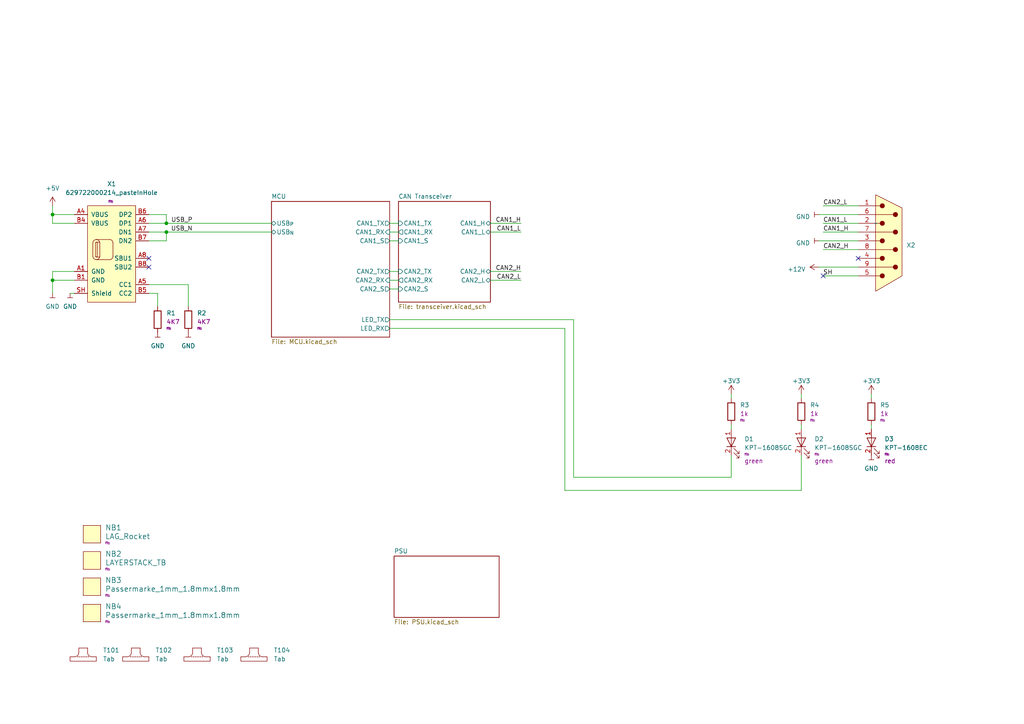
<source format=kicad_sch>
(kicad_sch (version 20250114) (generator "eeschema") (generator_version "9.0")
  (paper "A4")
  (title_block (title "${title}") (date "2023-06-16") (rev "R${release}") (company "${company}") (comment 1 "${release_state}") (comment 2 "${prefix}-S${type_number}-R${release}-V${sch_variant}-C${sch_ci}") (comment 3 "hardware/${prefix}-S${type_number}_${short_desciption}"))
  (lib_symbols
    (symbol "Kingbright:KPT-1608EC" (pin_names (offset 1.016) (hide yes))
      (property "Reference" "D" (at 0 2.54 0))
      (property "Value" "KPT-1608EC" (at 1.27 -3.81 0))
      (property "Fit" "fit: " (at 7.62 -3.81 0))
      (symbol "KPT-1608EC_0_1"
        (polyline (pts (xy -3.048 -0.762) (xy -4.572 -2.286) (xy -3.81 -2.286) (xy -4.572 -2.286) (xy -4.572 -1.524)))
        (polyline (pts (xy -1.778 -0.762) (xy -3.302 -2.286) (xy -2.54 -2.286) (xy -3.302 -2.286) (xy -3.302 -1.524)))
        (polyline (pts (xy -1.27 0) (xy 1.27 0)))
        (polyline (pts (xy -1.27 -1.27) (xy -1.27 1.27)) (stroke (width 0.2032)))
        (polyline (pts (xy 1.27 -1.27) (xy 1.27 1.27) (xy -1.27 0) (xy 1.27 -1.27)) (stroke (width 0.2032)))
      )
      (symbol "KPT-1608EC_1_1"
        (pin passive line (at -3.81 0 0) (length 2.54) (name "K") (number "2"))
        (pin passive line (at 3.81 0 180) (length 2.54) (name "A") (number "1"))
      )
    )
    (symbol "Kingbright:KPT-1608SGC" (pin_names (offset 1.016) (hide yes))
      (property "Reference" "D" (at 0 2.54 0))
      (property "Value" "KPT-1608SGC" (at 1.27 -3.81 0))
      (property "Fit" "fit: " (at 7.62 -3.81 0))
      (symbol "KPT-1608SGC_0_1"
        (polyline (pts (xy -3.048 -0.762) (xy -4.572 -2.286) (xy -3.81 -2.286) (xy -4.572 -2.286) (xy -4.572 -1.524)))
        (polyline (pts (xy -1.778 -0.762) (xy -3.302 -2.286) (xy -2.54 -2.286) (xy -3.302 -2.286) (xy -3.302 -1.524)))
        (polyline (pts (xy -1.27 0) (xy 1.27 0)))
        (polyline (pts (xy -1.27 -1.27) (xy -1.27 1.27)) (stroke (width 0.2032)))
        (polyline (pts (xy 1.27 -1.27) (xy 1.27 1.27) (xy -1.27 0) (xy 1.27 -1.27)) (stroke (width 0.2032)))
      )
      (symbol "KPT-1608SGC_1_1"
        (pin passive line (at -3.81 0 0) (length 2.54) (name "K") (number "2"))
        (pin passive line (at 3.81 0 180) (length 2.54) (name "A") (number "1"))
      )
    )
    (symbol "Res_1Percent_E24_0603_100mW_-40C-90C:1k_0603_100mW_1%_E24_Chip-Resistor" (pin_numbers (hide yes)) (pin_names (offset 0))
      (property "Reference" "R" (at 2.032 0 90))
      (property "DisplayValue" "1k" (at -0.0254 -0.0508 90))
      (property "Fit" "fit: " (at 7.62 -3.81 0))
      (symbol "1k_0603_100mW_1%_E24_Chip-Resistor_0_1"
        (rectangle (start -1.016 -2.54) (end 1.016 2.54) (stroke (width 0.254)))
      )
      (symbol "1k_0603_100mW_1%_E24_Chip-Resistor_1_1"
        (pin passive line (at 0 3.81 270) (length 1.27) (name "~") (number "1"))
        (pin passive line (at 0 -3.81 90) (length 1.27) (name "~") (number "2"))
      )
    )
    (symbol "Res_1Percent_E24_0603_100mW_-40C-90C:5k1_0603_100mW_1%_E24_Chip-Resistor" (pin_numbers (hide yes)) (pin_names (offset 0))
      (property "Reference" "R" (at 2.032 0 90))
      (property "DisplayValue" "5k1" (at -0.0254 -0.0508 90))
      (property "Fit" "fit: " (at 7.62 -3.81 0))
      (symbol "5k1_0603_100mW_1%_E24_Chip-Resistor_0_1"
        (rectangle (start -1.016 -2.54) (end 1.016 2.54) (stroke (width 0.254)))
      )
      (symbol "5k1_0603_100mW_1%_E24_Chip-Resistor_1_1"
        (pin passive line (at 0 3.81 270) (length 1.27) (name "~") (number "1"))
        (pin passive line (at 0 -3.81 90) (length 1.27) (name "~") (number "2"))
      )
    )
    (symbol "d-sub:D-SUB-9_side"
      (property "Reference" "X" (at 5.715 0 0))
      (symbol "D-SUB-9_side_1_1"
        (polyline (pts (xy -3.81 13.335) (xy -3.81 -14.605) (xy 3.81 -10.16) (xy 3.81 9.525) (xy -3.81 13.335)) (fill (type background)))
        (circle (center -1.905 10.16) (radius 0.635) (fill (type outline)))
        (polyline (pts (xy -1.905 10.16) (xy -3.81 10.16)))
        (circle (center -1.905 5.08) (radius 0.635) (fill (type outline)))
        (polyline (pts (xy -1.905 5.08) (xy -3.81 5.08)))
        (circle (center -1.905 0) (radius 0.635) (fill (type outline)))
        (polyline (pts (xy -1.905 0) (xy -3.81 0)))
        (circle (center -1.905 -5.08) (radius 0.635) (fill (type outline)))
        (polyline (pts (xy -1.905 -5.08) (xy -3.81 -5.08)))
        (circle (center -1.905 -10.16) (radius 0.635) (fill (type outline)))
        (polyline (pts (xy -1.905 -10.16) (xy -3.81 -10.16)))
        (polyline (pts (xy 1.905 7.62) (xy -3.81 7.62)))
        (circle (center 1.905 7.62) (radius 0.635) (fill (type outline)))
        (polyline (pts (xy 1.905 2.54) (xy -3.81 2.54)))
        (circle (center 1.905 2.54) (radius 0.635) (fill (type outline)))
        (polyline (pts (xy 1.905 -2.54) (xy -3.81 -2.54)))
        (circle (center 1.905 -2.54) (radius 0.635) (fill (type outline)))
        (polyline (pts (xy 1.905 -7.62) (xy -3.81 -7.62)))
        (circle (center 1.905 -7.62) (radius 0.635) (fill (type outline)))
        (pin passive line (at -8.89 10.16 0) (length 5.08) (name "") (number "1"))
        (pin passive line (at -8.89 7.62 0) (length 5.08) (name "") (number "6"))
        (pin passive line (at -8.89 5.08 0) (length 5.08) (name "") (number "2"))
        (pin passive line (at -8.89 2.54 0) (length 5.08) (name "") (number "7"))
        (pin passive line (at -8.89 0 0) (length 5.08) (name "") (number "3"))
        (pin passive line (at -8.89 -2.54 0) (length 5.08) (name "") (number "8"))
        (pin passive line (at -8.89 -5.08 0) (length 5.08) (name "") (number "4"))
        (pin passive line (at -8.89 -7.62 0) (length 5.08) (name "") (number "9"))
        (pin passive line (at -8.89 -10.16 0) (length 5.08) (name "") (number "5"))
      )
    )
    (symbol "kikit:Tab" (in_bom no)
      (property "Reference" "T" (at 0 3.81 0))
      (property "Value" "Tab" (at 0 -2.54 0))
      (symbol "Tab_0_1"
        (polyline (pts (xy -3.81 0) (xy -2.54 0)) (stroke (width 0.1524)))
        (polyline (pts (xy -3.81 0) (xy -3.81 -1.27) (xy 3.81 -1.27) (xy 3.81 0)) (stroke (width 0.1524)))
        (arc (start -1.27 1.27) (mid -1.642 0.372) (end -2.54 0) (stroke (width 0.1524)))
        (circle (center -1.524 0) (radius 0.0762) (stroke (width 0.1524)))
        (polyline (pts (xy -1.27 1.27) (xy -1.27 2.54)) (stroke (width 0.1524)))
        (circle (center -1.016 0) (radius 0.0762) (stroke (width 0.1524)))
        (circle (center -0.508 0) (radius 0.0762) (stroke (width 0.1524)))
        (circle (center 0 0) (radius 0.0762) (stroke (width 0.1524)))
        (circle (center 0.508 0) (radius 0.0762) (stroke (width 0.1524)))
        (circle (center 1.016 0) (radius 0.0762) (stroke (width 0.1524)))
        (polyline (pts (xy 1.27 2.54) (xy -1.27 2.54)) (stroke (width 0.1524)))
        (polyline (pts (xy 1.27 1.27) (xy 1.27 2.54)) (stroke (width 0.1524)))
        (circle (center 1.524 0) (radius 0.0762) (stroke (width 0.1524)))
        (arc (start 2.54 0) (mid 1.642 0.372) (end 1.27 1.27) (stroke (width 0.1524)))
        (polyline (pts (xy 2.54 0) (xy 3.81 0)) (stroke (width 0.1524)))
      )
    )
    (symbol "mechanical:LAG_Rocket" (pin_names (offset 1.016))
      (property "Reference" "NB" (at 0 3.81 0))
      (property "Value" "LAG_Rocket" (at 1.27 -3.81 0))
      (property "Fit" "fit: " (at 7.62 -3.81 0))
      (symbol "LAG_Rocket_0_1"
        (rectangle (start -2.54 2.54) (end 2.54 -2.54) (fill (type background)))
      )
    )
    (symbol "mechanical:LAYERSTACK_TB" (pin_names (offset 1.016))
      (property "Reference" "NB" (at 0 3.81 0))
      (property "Value" "LAYERSTACK_TB" (at 6.35 -3.81 0))
      (property "Fit" "fit: " (at 7.62 -3.81 0))
      (symbol "LAYERSTACK_TB_0_1"
        (rectangle (start -2.54 2.54) (end 2.54 -2.54) (fill (type background)))
      )
    )
    (symbol "mechanical:Passermarke_1mm_1.8mmx1.8mm" (pin_names (offset 1.016))
      (property "Reference" "NB" (at 0 3.81 0))
      (property "Value" "Passermarke_1mm_1.8mmx1.8mm" (at 1.27 -3.81 0))
      (property "Fit" "fit: " (at 7.62 -3.81 0))
      (symbol "Passermarke_1mm_1.8mmx1.8mm_0_1"
        (rectangle (start -2.54 2.54) (end 2.54 -2.54) (fill (type background)))
      )
    )
    (symbol "powerport:+12V" (power) (pin_names (offset 0))
      (property "Value" "+12V" (at 0 3.556 0))
      (symbol "+12V_0_1"
        (polyline (pts (xy -0.762 1.27) (xy 0 2.54)))
        (polyline (pts (xy 0 2.54) (xy 0.762 1.27)))
        (polyline (pts (xy 0 0) (xy 0 2.54)))
      )
      (symbol "+12V_1_1"
        (pin power_in line (at 0 0 90) (length 0) (hide yes) (name "+12V") (number "1"))
      )
    )
    (symbol "powerport:+3V3" (power) (pin_names (offset 0))
      (property "Value" "+3V3" (at 0 3.556 0))
      (symbol "+3V3_0_1"
        (polyline (pts (xy -0.762 1.27) (xy 0 2.54)))
        (polyline (pts (xy 0 2.54) (xy 0.762 1.27)))
        (polyline (pts (xy 0 0) (xy 0 2.54)))
      )
      (symbol "+3V3_1_1"
        (pin power_in line (at 0 0 90) (length 0) (hide yes) (name "+3V3") (number "1"))
      )
    )
    (symbol "powerport:+5V" (power) (pin_names (offset 0))
      (property "Value" "+5V" (at 0 3.556 0))
      (symbol "+5V_0_1"
        (polyline (pts (xy -0.762 1.27) (xy 0 2.54)))
        (polyline (pts (xy 0 2.54) (xy 0.762 1.27)))
        (polyline (pts (xy 0 0) (xy 0 2.54)))
      )
      (symbol "+5V_1_1"
        (pin power_in line (at 0 0 90) (length 0) (hide yes) (name "+5V") (number "1"))
      )
    )
    (symbol "powerport:GND" (power) (pin_names (offset 0))
      (property "Value" "GND" (at 0 -2.54 0))
      (symbol "GND_0_1"
        (polyline (pts (xy -0.762 -1.27) (xy 0.762 -1.27)))
        (polyline (pts (xy 0 0) (xy 0 -1.27)))
      )
      (symbol "GND_1_1"
        (pin power_in line (at 0 0 270) (length 0) (hide yes) (name "GND") (number "1"))
      )
    )
    (symbol "wuerth:629722000214_pasteInHole" (pin_names (offset 1.016))
      (property "Reference" "X" (at 0 13.97 0))
      (property "Value" "629722000214_pasteInHole" (at 0 -16.51 0))
      (property "Fit" "fit: " (at 7.62 -15.24 0))
      (symbol "629722000214_pasteInHole_0_1"
        (rectangle (start -7.62 12.7) (end 6.35 -15.24) (fill (type background)))
        (polyline (pts (xy -6.096 1.905) (xy -6.096 -1.905)))
        (polyline (pts (xy -5.334 -1.905) (xy -5.334 1.905)))
        (polyline (pts (xy -5.08 2.921) (xy -1.27 2.921)))
        (polyline (pts (xy -5.08 2.159) (xy -4.191 2.159)))
        (arc (start -6.096 1.905) (mid -5.08 2.9068) (end -4.064 1.905))
        (arc (start -5.334 1.8971) (mid -5.08 2.1295) (end -4.826 1.8971))
        (arc (start -4.064 -1.905) (mid -5.08 -2.9068) (end -6.096 -1.905))
        (arc (start -4.826 -1.905) (mid -5.08 -2.147) (end -5.334 -1.905))
        (polyline (pts (xy -5.08 -2.159) (xy -4.191 -2.159)))
        (polyline (pts (xy -5.08 -2.921) (xy -1.27 -2.921)))
        (polyline (pts (xy -4.826 -1.905) (xy -4.826 1.905)))
        (polyline (pts (xy -4.064 1.905) (xy -4.064 -1.905)))
        (arc (start -1.27 2.921) (mid -0.5411 2.6339) (end -0.254 1.905))
        (arc (start -0.254 -1.905) (mid -0.5409 -2.6341) (end -1.27 -2.921))
        (polyline (pts (xy -0.254 1.905) (xy -0.254 -1.905)))
      )
      (symbol "629722000214_pasteInHole_1_1"
        (pin passive line (at -11.43 10.16 0) (length 3.81) (name "VBUS") (number "A4"))
        (pin passive line (at -11.43 7.62 0) (length 3.81) (name "VBUS") (number "B4"))
        (pin passive line (at -11.43 -6.35 0) (length 3.81) (name "GND") (number "A1"))
        (pin passive line (at -11.43 -8.89 0) (length 3.81) (name "GND") (number "B1"))
        (pin passive line (at -11.43 -12.7 0) (length 3.81) (name "Shield") (number "SH"))
        (pin passive line (at 10.16 10.16 180) (length 3.81) (name "DP2") (number "B6"))
        (pin passive line (at 10.16 7.62 180) (length 3.81) (name "DP1") (number "A6"))
        (pin passive line (at 10.16 5.08 180) (length 3.81) (name "DN1") (number "A7"))
        (pin passive line (at 10.16 2.54 180) (length 3.81) (name "DN2") (number "B7"))
        (pin passive line (at 10.16 -2.54 180) (length 3.81) (name "SBU1") (number "A8"))
        (pin passive line (at 10.16 -5.08 180) (length 3.81) (name "SBU2") (number "B8"))
        (pin passive line (at 10.16 -10.16 180) (length 3.81) (name "CC1") (number "A5"))
        (pin passive line (at 10.16 -12.7 180) (length 3.81) (name "CC2") (number "B5"))
      )
    )
  )
  (junction (at 48.26 64.77))
  (junction (at 15.24 81.28))
  (junction (at 15.24 62.23))
  (junction (at 48.26 67.31))
  (no_connect (at 238.76 80.01))
  (no_connect (at 43.18 74.93))
  (no_connect (at 43.18 77.47))
  (no_connect (at 248.92 74.93))
  (wire (pts (xy 113.03 83.82) (xy 115.57 83.82)))
  (wire (pts (xy 248.92 69.85) (xy 237.49 69.85)))
  (wire (pts (xy 232.41 132.08) (xy 232.41 142.24)))
  (wire (pts (xy 48.26 67.31) (xy 78.74 67.31)))
  (wire (pts (xy 113.03 81.28) (xy 115.57 81.28)))
  (wire (pts (xy 238.76 72.39) (xy 248.92 72.39)))
  (wire (pts (xy 252.73 114.3) (xy 252.73 115.57)))
  (wire (pts (xy 45.72 85.09) (xy 45.72 88.9)))
  (wire (pts (xy 142.24 64.77) (xy 151.13 64.77)))
  (wire (pts (xy 15.24 85.09) (xy 15.24 81.28)))
  (wire (pts (xy 163.83 142.24) (xy 163.83 95.25)))
  (wire (pts (xy 212.09 132.08) (xy 212.09 138.43)))
  (wire (pts (xy 237.49 77.47) (xy 248.92 77.47)))
  (wire (pts (xy 238.76 59.69) (xy 248.92 59.69)))
  (wire (pts (xy 232.41 114.3) (xy 232.41 115.57)))
  (wire (pts (xy 142.24 78.74) (xy 151.13 78.74)))
  (wire (pts (xy 238.76 80.01) (xy 248.92 80.01)))
  (wire (pts (xy 15.24 81.28) (xy 21.59 81.28)))
  (wire (pts (xy 142.24 67.31) (xy 151.13 67.31)))
  (wire (pts (xy 166.37 92.71) (xy 166.37 138.43)))
  (wire (pts (xy 54.61 82.55) (xy 54.61 88.9)))
  (wire (pts (xy 166.37 138.43) (xy 212.09 138.43)))
  (wire (pts (xy 252.73 123.19) (xy 252.73 124.46)))
  (wire (pts (xy 15.24 81.28) (xy 15.24 78.74)))
  (wire (pts (xy 163.83 95.25) (xy 113.03 95.25)))
  (wire (pts (xy 43.18 67.31) (xy 48.26 67.31)))
  (wire (pts (xy 212.09 123.19) (xy 212.09 124.46)))
  (wire (pts (xy 48.26 67.31) (xy 48.26 69.85)))
  (wire (pts (xy 15.24 59.69) (xy 15.24 62.23)))
  (wire (pts (xy 43.18 69.85) (xy 48.26 69.85)))
  (wire (pts (xy 113.03 64.77) (xy 115.57 64.77)))
  (wire (pts (xy 238.76 67.31) (xy 248.92 67.31)))
  (wire (pts (xy 43.18 82.55) (xy 54.61 82.55)))
  (wire (pts (xy 20.32 85.09) (xy 21.59 85.09)))
  (wire (pts (xy 232.41 142.24) (xy 163.83 142.24)))
  (wire (pts (xy 113.03 67.31) (xy 115.57 67.31)))
  (wire (pts (xy 48.26 62.23) (xy 48.26 64.77)))
  (wire (pts (xy 43.18 64.77) (xy 48.26 64.77)))
  (wire (pts (xy 212.09 114.3) (xy 212.09 115.57)))
  (wire (pts (xy 15.24 78.74) (xy 21.59 78.74)))
  (wire (pts (xy 43.18 85.09) (xy 45.72 85.09)))
  (wire (pts (xy 15.24 62.23) (xy 15.24 64.77)))
  (wire (pts (xy 232.41 123.19) (xy 232.41 124.46)))
  (wire (pts (xy 15.24 62.23) (xy 21.59 62.23)))
  (wire (pts (xy 43.18 62.23) (xy 48.26 62.23)))
  (wire (pts (xy 48.26 64.77) (xy 78.74 64.77)))
  (wire (pts (xy 238.76 64.77) (xy 248.92 64.77)))
  (wire (pts (xy 142.24 81.28) (xy 151.13 81.28)))
  (wire (pts (xy 113.03 78.74) (xy 115.57 78.74)))
  (wire (pts (xy 113.03 69.85) (xy 115.57 69.85)))
  (wire (pts (xy 237.49 62.23) (xy 248.92 62.23)))
  (wire (pts (xy 113.03 92.71) (xy 166.37 92.71)))
  (wire (pts (xy 15.24 64.77) (xy 21.59 64.77)))
  (label "CAN2_L" (at 238.76 59.69 0))
  (label "CAN1_H" (at 238.76 67.31 0))
  (label "CAN1_L" (at 151.13 67.31 180))
  (label "USB_P" (at 55.88 64.77 180))
  (label "CAN2_L" (at 151.13 81.28 180))
  (label "CAN2_H" (at 238.76 72.39 0))
  (label "CAN1_H" (at 151.13 64.77 180))
  (label "CAN1_L" (at 238.76 64.77 0))
  (label "USB_N" (at 55.88 67.31 180))
  (label "CAN2_H" (at 151.13 78.74 180))
  (label "SH" (at 238.76 80.01 0))
  (symbol (lib_id "powerport:GND") (at 237.49 69.85 270) (unit 1)
    (property "Reference" "#PWR09" (effects (hide yes)))
    (property "Value" "GND" (at 234.95 70.485 90) (effects (justify right)))
  )
  (symbol (lib_id "wuerth:629722000214_pasteInHole") (at 33.02 72.39 0) (unit 1)
    (property "Reference" "X1" (at 32.385 53.34 0))
    (property "Value" "629722000214_pasteInHole" (at 32.385 55.88 0))
    (property "Footprint" "Socket_GCT:USB4105_pasteInHole" (effects (hide yes)))
    (property "Datasheet" "$PTX_DATASHEETS/datasheets/Connectors/Wuerth_629722000214_USB-C_2.0_16Pin.pdf" (effects (hide yes)))
    (property "Fit" "fit: " (at 32.385 58.42 0) (effects (font (size 0.635 0.635))))
    (property "State" "reviewed" (effects (hide yes)))
    (property "Package" "SMD mfg-specific" (effects (hide yes)))
    (property "Tool" "None" (effects (hide yes)))
    (property "Manufacturer" "Würth Elektronik" (effects (hide yes)))
    (property "MPN" "629722000214" (effects (hide yes)))
  )
  (symbol (lib_id "Res_1Percent_E24_0603_100mW_-40C-90C:1k_0603_100mW_1%_E24_Chip-Resistor") (at 212.09 119.38 0) (unit 1)
    (property "Reference" "R3" (at 214.63 117.475 0) (effects (justify left)))
    (property "Value" "1K" (effects (hide yes)))
    (property "Footprint" "Resistor_SMD:R_0402_1005Metric_Pad0.72x0.64mm_HandSolder" (effects (hide yes)))
    (property "MPN" "any" (effects (hide yes)))
    (property "Manufacturer" "any" (effects (hide yes)))
    (property "DisplayValue" "1k" (at 214.63 120.015 0) (effects (justify left)))
    (property "Fit" "fit: " (at 214.63 121.92 0) (effects (font (size 0.635 0.635)) (justify left)))
    (property "State" "legacy" (effects (hide yes)))
    (property "Package" "0402" (effects (hide yes)))
  )
  (symbol (lib_id "powerport:GND") (at 237.49 62.23 270) (unit 1)
    (property "Reference" "#PWR08" (effects (hide yes)))
    (property "Value" "GND" (at 234.95 62.865 90) (effects (justify right)))
  )
  (symbol (lib_id "powerport:GND") (at 54.61 96.52 0) (unit 1)
    (property "Reference" "#PWR05" (effects (hide yes)))
    (property "Value" "GND" (at 54.61 100.33 0))
  )
  (symbol (lib_id "kikit:Tab") (at 57.15 190.5 0) (unit 1) (in_bom no)
    (property "Reference" "T103" (at 62.865 188.595 0) (effects (justify left)))
    (property "Value" "Tab" (at 62.865 191.135 0) (effects (justify left)))
    (property "Footprint" "kikit:Tab" (effects (hide yes)))
  )
  (symbol (lib_id "powerport:+3V3") (at 252.73 114.3 0) (unit 1)
    (property "Reference" "#PWR013" (effects (hide yes)))
    (property "Value" "+3V3" (at 252.73 110.49 0))
  )
  (symbol (lib_id "mechanical:LAYERSTACK_TB") (at 26.67 162.56 0) (unit 1)
    (property "Reference" "NB2" (at 30.48 160.655 0) (effects (font (size 1.524 1.524)) (justify left)))
    (property "Value" "LAYERSTACK_TB" (at 30.48 163.195 0) (effects (font (size 1.524 1.524)) (justify left)))
    (property "Footprint" "mechanical:LAYERSTACK_TB" (effects (hide yes)))
    (property "Fit" "fit: " (at 30.48 165.1 0) (effects (font (size 0.635 0.635)) (justify left)))
    (property "State" "legacy" (effects (hide yes)))
  )
  (symbol (lib_id "Kingbright:KPT-1608SGC") (at 212.09 128.27 90) (unit 1)
    (property "Reference" "D1" (at 215.9 127.3302 90) (effects (justify right)))
    (property "Value" "KPT-1608SGC" (at 215.9 129.8702 90) (effects (justify right)))
    (property "Footprint" "LEDs_Kingbright:LED_Kingbright_0603" (effects (hide yes)))
    (property "Datasheet" "$PTX_DATASHEETS/datasheets/LED/Kingbright_KPT-1608SGC.pdf" (effects (hide yes)))
    (property "MPN" "KPT-1608SGC" (effects (hide yes)))
    (property "Manufacturer" "Kingbright" (effects (hide yes)))
    (property "Fit" "fit: " (at 215.9 131.7752 90) (effects (font (size 0.635 0.635)) (justify right)))
    (property "State" "reviewed" (effects (hide yes)))
    (property "Package" "0603" (effects (hide yes)))
    (property "color" "green" (at 215.9 133.6802 90) (effects (justify right)))
  )
  (symbol (lib_id "mechanical:LAG_Rocket") (at 26.67 154.94 0) (unit 1)
    (property "Reference" "NB1" (at 30.48 153.035 0) (effects (font (size 1.524 1.524)) (justify left)))
    (property "Value" "LAG_Rocket" (at 30.48 155.575 0) (effects (font (size 1.524 1.524)) (justify left)))
    (property "Footprint" "mechanical:lag_rocket_14.5mmx15mm" (effects (hide yes)))
    (property "Fit" "fit: " (at 30.48 157.48 0) (effects (font (size 0.635 0.635)) (justify left)))
    (property "State" "reviewed" (effects (hide yes)))
  )
  (symbol (lib_id "powerport:+3V3") (at 212.09 114.3 0) (unit 1)
    (property "Reference" "#PWR06" (effects (hide yes)))
    (property "Value" "+3V3" (at 212.09 110.49 0))
  )
  (symbol (lib_id "powerport:GND") (at 45.72 96.52 0) (unit 1)
    (property "Reference" "#PWR04" (effects (hide yes)))
    (property "Value" "GND" (at 45.72 100.33 0))
  )
  (symbol (lib_id "d-sub:D-SUB-9_side") (at 257.81 69.85 0) (unit 1)
    (property "Reference" "X2" (at 262.89 71.12 0) (effects (justify left)))
    (property "Value" "~" (at 254 64.77 0))
    (property "Footprint" "d-sub:D-SUB-9_side" (effects (hide yes)))
  )
  (symbol (lib_id "Res_1Percent_E24_0603_100mW_-40C-90C:1k_0603_100mW_1%_E24_Chip-Resistor") (at 232.41 119.38 0) (unit 1)
    (property "Reference" "R4" (at 234.95 117.475 0) (effects (justify left)))
    (property "Value" "1K" (effects (hide yes)))
    (property "Footprint" "Resistor_SMD:R_0402_1005Metric_Pad0.72x0.64mm_HandSolder" (effects (hide yes)))
    (property "MPN" "any" (effects (hide yes)))
    (property "Manufacturer" "any" (effects (hide yes)))
    (property "DisplayValue" "1k" (at 234.95 120.015 0) (effects (justify left)))
    (property "Fit" "fit: " (at 234.95 121.92 0) (effects (font (size 0.635 0.635)) (justify left)))
    (property "State" "legacy" (effects (hide yes)))
    (property "Package" "0402" (effects (hide yes)))
  )
  (symbol (lib_id "powerport:+5V") (at 15.24 59.69 0) (unit 1)
    (property "Reference" "#PWR01" (effects (hide yes)))
    (property "Value" "+5V" (at 15.24 54.61 0))
  )
  (symbol (lib_id "powerport:+3V3") (at 232.41 114.3 0) (unit 1)
    (property "Reference" "#PWR07" (effects (hide yes)))
    (property "Value" "+3V3" (at 232.41 110.49 0))
  )
  (symbol (lib_id "Kingbright:KPT-1608EC") (at 252.73 128.27 90) (unit 1)
    (property "Reference" "D3" (at 256.54 127.3302 90) (effects (justify right)))
    (property "Value" "KPT-1608EC" (at 256.54 129.8702 90) (effects (justify right)))
    (property "Footprint" "LEDs_Kingbright:LED_Kingbright_0603" (effects (hide yes)))
    (property "Datasheet" "$PTX_DATASHEETS/datasheets/LED/Kingbright_KPT-1608EC.pdf" (effects (hide yes)))
    (property "MPN" "KPT-1608EC" (effects (hide yes)))
    (property "Manufacturer" "Kingbright" (effects (hide yes)))
    (property "Package" "0603" (effects (hide yes)))
    (property "Fit" "fit: " (at 256.54 131.7752 90) (effects (font (size 0.635 0.635)) (justify right)))
    (property "State" "reviewed" (effects (hide yes)))
    (property "color" "red" (at 256.54 133.6802 90) (effects (justify right)))
  )
  (symbol (lib_id "Res_1Percent_E24_0603_100mW_-40C-90C:5k1_0603_100mW_1%_E24_Chip-Resistor") (at 54.61 92.71 0) (unit 1)
    (property "Reference" "R2" (at 57.15 90.8049 0) (effects (justify left)))
    (property "Value" "4K7" (effects (hide yes)))
    (property "Footprint" "Resistor_SMD:R_0402_1005Metric_Pad0.72x0.64mm_HandSolder" (effects (hide yes)))
    (property "MPN" "any" (effects (hide yes)))
    (property "Manufacturer" "any" (effects (hide yes)))
    (property "DisplayValue" "4K7" (at 57.15 93.3449 0) (effects (justify left)))
    (property "Fit" "fit: " (at 57.15 95.25 0) (effects (font (size 0.635 0.635)) (justify left)))
    (property "State" "legacy" (effects (hide yes)))
    (property "Package" "0402" (effects (hide yes)))
  )
  (symbol (lib_id "powerport:GND") (at 15.24 85.09 0) (unit 1)
    (property "Reference" "#PWR02" (effects (hide yes)))
    (property "Value" "GND" (at 15.24 88.9 0))
  )
  (symbol (lib_id "Kingbright:KPT-1608SGC") (at 232.41 128.27 90) (unit 1)
    (property "Reference" "D2" (at 236.22 127.3302 90) (effects (justify right)))
    (property "Value" "KPT-1608SGC" (at 236.22 129.8702 90) (effects (justify right)))
    (property "Footprint" "LEDs_Kingbright:LED_Kingbright_0603" (effects (hide yes)))
    (property "Datasheet" "$PTX_DATASHEETS/datasheets/LED/Kingbright_KPT-1608SGC.pdf" (effects (hide yes)))
    (property "MPN" "KPT-1608SGC" (effects (hide yes)))
    (property "Manufacturer" "Kingbright" (effects (hide yes)))
    (property "Fit" "fit: " (at 236.22 131.7752 90) (effects (font (size 0.635 0.635)) (justify right)))
    (property "State" "reviewed" (effects (hide yes)))
    (property "Package" "0603" (effects (hide yes)))
    (property "color" "green" (at 236.22 133.6802 90) (effects (justify right)))
  )
  (symbol (lib_id "mechanical:Passermarke_1mm_1.8mmx1.8mm") (at 26.67 170.18 0) (unit 1)
    (property "Reference" "NB3" (at 30.48 168.275 0) (effects (font (size 1.524 1.524)) (justify left)))
    (property "Value" "Passermarke_1mm_1.8mmx1.8mm" (at 30.48 170.815 0) (effects (font (size 1.524 1.524)) (justify left)))
    (property "Footprint" "mechanical:Passermarke_1mm_1.8mmx1.8mm" (effects (hide yes)))
    (property "Fit" "fit: " (at 30.48 172.72 0) (effects (font (size 0.635 0.635)) (justify left)))
    (property "State" "reviewed" (effects (hide yes)))
  )
  (symbol (lib_id "Res_1Percent_E24_0603_100mW_-40C-90C:1k_0603_100mW_1%_E24_Chip-Resistor") (at 252.73 119.38 0) (unit 1)
    (property "Reference" "R5" (at 255.27 117.475 0) (effects (justify left)))
    (property "Value" "1K" (effects (hide yes)))
    (property "Footprint" "Resistor_SMD:R_0402_1005Metric_Pad0.72x0.64mm_HandSolder" (effects (hide yes)))
    (property "MPN" "any" (effects (hide yes)))
    (property "Manufacturer" "any" (effects (hide yes)))
    (property "DisplayValue" "1k" (at 255.27 120.015 0) (effects (justify left)))
    (property "Fit" "fit: " (at 255.27 121.92 0) (effects (font (size 0.635 0.635)) (justify left)))
    (property "State" "legacy" (effects (hide yes)))
    (property "Package" "0402" (effects (hide yes)))
  )
  (symbol (lib_id "kikit:Tab") (at 24.13 190.5 0) (unit 1) (in_bom no)
    (property "Reference" "T101" (at 29.845 188.595 0) (effects (justify left)))
    (property "Value" "Tab" (at 29.845 191.135 0) (effects (justify left)))
    (property "Footprint" "kikit:Tab" (effects (hide yes)))
  )
  (symbol (lib_id "powerport:GND") (at 20.32 85.09 0) (unit 1)
    (property "Reference" "#PWR03" (effects (hide yes)))
    (property "Value" "GND" (at 20.32 88.9 0))
  )
  (symbol (lib_id "kikit:Tab") (at 39.37 190.5 0) (unit 1) (in_bom no)
    (property "Reference" "T102" (at 45.085 188.595 0) (effects (justify left)))
    (property "Value" "Tab" (at 45.085 191.135 0) (effects (justify left)))
    (property "Footprint" "kikit:Tab" (effects (hide yes)))
  )
  (symbol (lib_id "powerport:GND") (at 252.73 132.08 0) (unit 1)
    (property "Reference" "#PWR014" (effects (hide yes)))
    (property "Value" "GND" (at 252.73 135.89 0))
  )
  (symbol (lib_id "mechanical:Passermarke_1mm_1.8mmx1.8mm") (at 26.67 177.8 0) (unit 1)
    (property "Reference" "NB4" (at 30.48 175.895 0) (effects (font (size 1.524 1.524)) (justify left)))
    (property "Value" "Passermarke_1mm_1.8mmx1.8mm" (at 30.48 178.435 0) (effects (font (size 1.524 1.524)) (justify left)))
    (property "Footprint" "mechanical:Passermarke_1mm_1.8mmx1.8mm" (effects (hide yes)))
    (property "Fit" "fit: " (at 30.48 180.34 0) (effects (font (size 0.635 0.635)) (justify left)))
    (property "State" "reviewed" (effects (hide yes)))
  )
  (symbol (lib_id "Res_1Percent_E24_0603_100mW_-40C-90C:5k1_0603_100mW_1%_E24_Chip-Resistor") (at 45.72 92.71 0) (unit 1)
    (property "Reference" "R1" (at 48.26 90.8049 0) (effects (justify left)))
    (property "Value" "4K7" (effects (hide yes)))
    (property "Footprint" "Resistor_SMD:R_0402_1005Metric_Pad0.72x0.64mm_HandSolder" (effects (hide yes)))
    (property "MPN" "any" (effects (hide yes)))
    (property "Manufacturer" "any" (effects (hide yes)))
    (property "DisplayValue" "4K7" (at 48.26 93.3449 0) (effects (justify left)))
    (property "Fit" "fit: " (at 48.26 95.25 0) (effects (font (size 0.635 0.635)) (justify left)))
    (property "State" "legacy" (effects (hide yes)))
    (property "Package" "0402" (effects (hide yes)))
  )
  (symbol (lib_id "kikit:Tab") (at 73.66 190.5 0) (unit 1) (in_bom no)
    (property "Reference" "T104" (at 79.375 188.595 0) (effects (justify left)))
    (property "Value" "Tab" (at 79.375 191.135 0) (effects (justify left)))
    (property "Footprint" "kikit:Tab" (effects (hide yes)))
  )
  (symbol (lib_id "powerport:+12V") (at 237.49 77.47 90) (unit 1)
    (property "Reference" "#PWR010" (effects (hide yes)))
    (property "Value" "+12V" (at 233.68 78.105 90) (effects (justify left)))
    (property "State" "reviewed" (effects (hide yes)))
  )
  (sheet (at 114.3 161.29) (size 30.48 17.78) (stroke (width 0.1524))
    (property "Sheetname" "PSU" (at 114.3 160.5784 0) (effects (justify left bottom)))
    (property "Sheetfile" "PSU.kicad_sch" (at 114.3 179.6546 0) (effects (justify left top)))
  )
  (sheet (at 115.57 58.42) (size 26.67 29.21) (stroke (width 0.1524))
    (property "Sheetname" "CAN Transceiver" (at 115.57 57.7084 0) (effects (justify left bottom)))
    (property "Sheetfile" "transceiver.kicad_sch" (at 115.57 88.2146 0) (effects (justify left top)))
    (pin "CAN1_L" bidirectional (at 142.24 67.31 0))
    (pin "CAN1_H" bidirectional (at 142.24 64.77 0))
    (pin "CAN2_H" bidirectional (at 142.24 78.74 0))
    (pin "CAN2_L" bidirectional (at 142.24 81.28 0))
    (pin "CAN2_TX" input (at 115.57 78.74 180))
    (pin "CAN2_RX" output (at 115.57 81.28 180))
    (pin "CAN2_S" input (at 115.57 83.82 180))
    (pin "CAN1_RX" output (at 115.57 67.31 180))
    (pin "CAN1_TX" input (at 115.57 64.77 180))
    (pin "CAN1_S" input (at 115.57 69.85 180))
  )
  (sheet (at 78.74 58.42) (size 34.29 39.37) (stroke (width 0.1524))
    (property "Sheetname" "MCU" (at 78.74 57.7084 0) (effects (justify left bottom)))
    (property "Sheetfile" "MCU.kicad_sch" (at 78.74 98.3746 0) (effects (justify left top)))
    (pin "USB_{N}" bidirectional (at 78.74 67.31 180))
    (pin "USB_{P}" bidirectional (at 78.74 64.77 180))
    (pin "CAN1_RX" input (at 113.03 67.31 0))
    (pin "CAN2_RX" input (at 113.03 81.28 0))
    (pin "CAN2_TX" output (at 113.03 78.74 0))
    (pin "CAN1_TX" output (at 113.03 64.77 0))
    (pin "CAN1_S" output (at 113.03 69.85 0))
    (pin "CAN2_S" output (at 113.03 83.82 0))
    (pin "LED_RX" output (at 113.03 95.25 0))
    (pin "LED_TX" output (at 113.03 92.71 0))
  )
)
</source>
